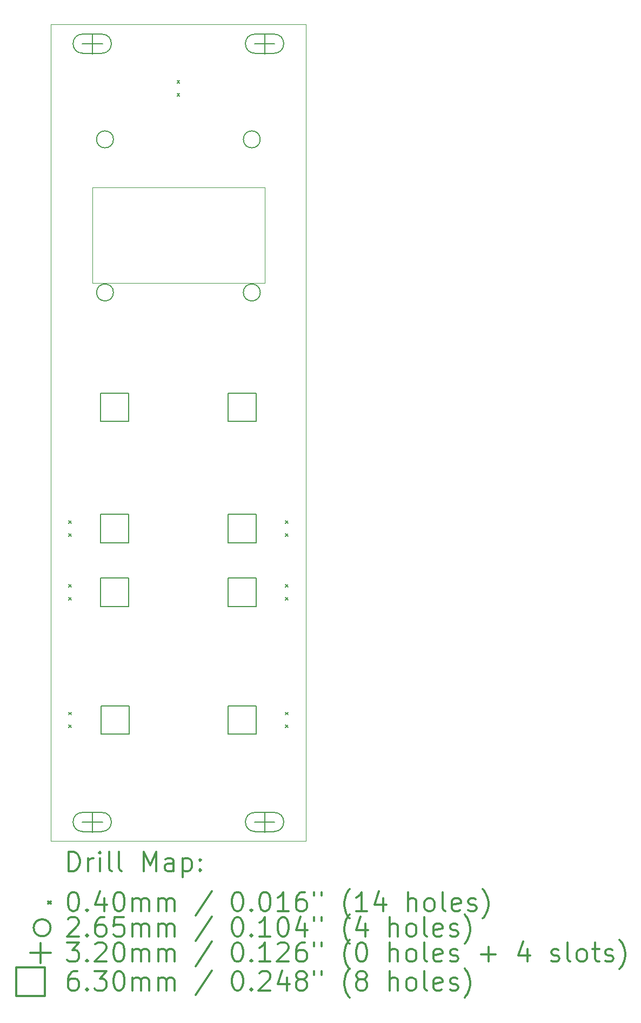
<source format=gbr>
%FSLAX45Y45*%
G04 Gerber Fmt 4.5, Leading zero omitted, Abs format (unit mm)*
G04 Created by KiCad (PCBNEW (5.1.9)-1) date 2021-04-12 22:44:53*
%MOMM*%
%LPD*%
G01*
G04 APERTURE LIST*
%TA.AperFunction,Profile*%
%ADD10C,0.050000*%
%TD*%
%ADD11C,0.200000*%
%ADD12C,0.300000*%
G04 APERTURE END LIST*
D10*
X19950000Y-7650000D02*
X19950000Y-6150000D01*
X22650000Y-7650000D02*
X19950000Y-7650000D01*
X22650000Y-6150000D02*
X22650000Y-7650000D01*
X19950000Y-6150000D02*
X22650000Y-6150000D01*
X23300000Y-3600000D02*
X23300000Y-16400000D01*
X19300000Y-3600000D02*
X23300000Y-3600000D01*
X23300000Y-16400000D02*
X19300000Y-16400000D01*
X19300000Y-16400000D02*
X19300000Y-3600000D01*
D11*
X19580000Y-11380000D02*
X19620000Y-11420000D01*
X19620000Y-11380000D02*
X19580000Y-11420000D01*
X19580000Y-11580000D02*
X19620000Y-11620000D01*
X19620000Y-11580000D02*
X19580000Y-11620000D01*
X19580000Y-12380000D02*
X19620000Y-12420000D01*
X19620000Y-12380000D02*
X19580000Y-12420000D01*
X19580000Y-12580001D02*
X19620000Y-12620001D01*
X19620000Y-12580001D02*
X19580000Y-12620001D01*
X19580000Y-14580000D02*
X19620000Y-14620000D01*
X19620000Y-14580000D02*
X19580000Y-14620000D01*
X19580001Y-14380001D02*
X19620001Y-14420001D01*
X19620001Y-14380001D02*
X19580001Y-14420001D01*
X21280000Y-4480000D02*
X21320000Y-4520000D01*
X21320000Y-4480000D02*
X21280000Y-4520000D01*
X21280000Y-4680000D02*
X21320000Y-4720000D01*
X21320000Y-4680000D02*
X21280000Y-4720000D01*
X22980000Y-11379996D02*
X23020000Y-11419996D01*
X23020000Y-11379996D02*
X22980000Y-11419996D01*
X22980000Y-11580000D02*
X23020000Y-11620000D01*
X23020000Y-11580000D02*
X22980000Y-11620000D01*
X22980000Y-12380000D02*
X23020000Y-12420000D01*
X23020000Y-12380000D02*
X22980000Y-12420000D01*
X22980000Y-12580000D02*
X23020000Y-12620000D01*
X23020000Y-12580000D02*
X22980000Y-12620000D01*
X22980000Y-14380000D02*
X23020000Y-14420000D01*
X23020000Y-14380000D02*
X22980000Y-14420000D01*
X22980000Y-14580000D02*
X23020000Y-14620000D01*
X23020000Y-14580000D02*
X22980000Y-14620000D01*
X20282500Y-5400000D02*
G75*
G03*
X20282500Y-5400000I-132500J0D01*
G01*
X20282500Y-7800000D02*
G75*
G03*
X20282500Y-7800000I-132500J0D01*
G01*
X22582500Y-5400000D02*
G75*
G03*
X22582500Y-5400000I-132500J0D01*
G01*
X22582500Y-7800000D02*
G75*
G03*
X22582500Y-7800000I-132500J0D01*
G01*
X19950000Y-3740000D02*
X19950000Y-4060000D01*
X19790000Y-3900000D02*
X20110000Y-3900000D01*
X19800000Y-4050000D02*
X20100000Y-4050000D01*
X19800000Y-3750000D02*
X20100000Y-3750000D01*
X20100000Y-4050000D02*
G75*
G03*
X20100000Y-3750000I0J150000D01*
G01*
X19800000Y-3750000D02*
G75*
G03*
X19800000Y-4050000I0J-150000D01*
G01*
X19950000Y-15940000D02*
X19950000Y-16260000D01*
X19790000Y-16100000D02*
X20110000Y-16100000D01*
X19800000Y-16250000D02*
X20100000Y-16250000D01*
X19800000Y-15950000D02*
X20100000Y-15950000D01*
X20100000Y-16250000D02*
G75*
G03*
X20100000Y-15950000I0J150000D01*
G01*
X19800000Y-15950000D02*
G75*
G03*
X19800000Y-16250000I0J-150000D01*
G01*
X22650000Y-3740000D02*
X22650000Y-4060000D01*
X22490000Y-3900000D02*
X22810000Y-3900000D01*
X22500000Y-4050000D02*
X22800000Y-4050000D01*
X22500000Y-3750000D02*
X22800000Y-3750000D01*
X22800000Y-4050000D02*
G75*
G03*
X22800000Y-3750000I0J150000D01*
G01*
X22500000Y-3750000D02*
G75*
G03*
X22500000Y-4050000I0J-150000D01*
G01*
X22650000Y-15940000D02*
X22650000Y-16260000D01*
X22490000Y-16100000D02*
X22810000Y-16100000D01*
X22500000Y-16250000D02*
X22800000Y-16250000D01*
X22500000Y-15950000D02*
X22800000Y-15950000D01*
X22800000Y-16250000D02*
G75*
G03*
X22800000Y-15950000I0J150000D01*
G01*
X22500000Y-15950000D02*
G75*
G03*
X22500000Y-16250000I0J-150000D01*
G01*
X20522741Y-9822741D02*
X20522741Y-9377259D01*
X20077259Y-9377259D01*
X20077259Y-9822741D01*
X20522741Y-9822741D01*
X20522741Y-11722741D02*
X20522741Y-11277259D01*
X20077259Y-11277259D01*
X20077259Y-11722741D01*
X20522741Y-11722741D01*
X20522741Y-12722741D02*
X20522741Y-12277259D01*
X20077259Y-12277259D01*
X20077259Y-12722741D01*
X20522741Y-12722741D01*
X20530241Y-14722741D02*
X20530241Y-14277259D01*
X20084759Y-14277259D01*
X20084759Y-14722741D01*
X20530241Y-14722741D01*
X22522741Y-9822741D02*
X22522741Y-9377259D01*
X22077259Y-9377259D01*
X22077259Y-9822741D01*
X22522741Y-9822741D01*
X22522741Y-11722741D02*
X22522741Y-11277259D01*
X22077259Y-11277259D01*
X22077259Y-11722741D01*
X22522741Y-11722741D01*
X22522741Y-12722741D02*
X22522741Y-12277259D01*
X22077259Y-12277259D01*
X22077259Y-12722741D01*
X22522741Y-12722741D01*
X22522741Y-14722741D02*
X22522741Y-14277259D01*
X22077259Y-14277259D01*
X22077259Y-14722741D01*
X22522741Y-14722741D01*
D12*
X19583928Y-16868214D02*
X19583928Y-16568214D01*
X19655357Y-16568214D01*
X19698214Y-16582500D01*
X19726786Y-16611071D01*
X19741071Y-16639643D01*
X19755357Y-16696786D01*
X19755357Y-16739643D01*
X19741071Y-16796786D01*
X19726786Y-16825357D01*
X19698214Y-16853929D01*
X19655357Y-16868214D01*
X19583928Y-16868214D01*
X19883928Y-16868214D02*
X19883928Y-16668214D01*
X19883928Y-16725357D02*
X19898214Y-16696786D01*
X19912500Y-16682500D01*
X19941071Y-16668214D01*
X19969643Y-16668214D01*
X20069643Y-16868214D02*
X20069643Y-16668214D01*
X20069643Y-16568214D02*
X20055357Y-16582500D01*
X20069643Y-16596786D01*
X20083928Y-16582500D01*
X20069643Y-16568214D01*
X20069643Y-16596786D01*
X20255357Y-16868214D02*
X20226786Y-16853929D01*
X20212500Y-16825357D01*
X20212500Y-16568214D01*
X20412500Y-16868214D02*
X20383928Y-16853929D01*
X20369643Y-16825357D01*
X20369643Y-16568214D01*
X20755357Y-16868214D02*
X20755357Y-16568214D01*
X20855357Y-16782500D01*
X20955357Y-16568214D01*
X20955357Y-16868214D01*
X21226786Y-16868214D02*
X21226786Y-16711071D01*
X21212500Y-16682500D01*
X21183928Y-16668214D01*
X21126786Y-16668214D01*
X21098214Y-16682500D01*
X21226786Y-16853929D02*
X21198214Y-16868214D01*
X21126786Y-16868214D01*
X21098214Y-16853929D01*
X21083928Y-16825357D01*
X21083928Y-16796786D01*
X21098214Y-16768214D01*
X21126786Y-16753929D01*
X21198214Y-16753929D01*
X21226786Y-16739643D01*
X21369643Y-16668214D02*
X21369643Y-16968214D01*
X21369643Y-16682500D02*
X21398214Y-16668214D01*
X21455357Y-16668214D01*
X21483928Y-16682500D01*
X21498214Y-16696786D01*
X21512500Y-16725357D01*
X21512500Y-16811072D01*
X21498214Y-16839643D01*
X21483928Y-16853929D01*
X21455357Y-16868214D01*
X21398214Y-16868214D01*
X21369643Y-16853929D01*
X21641071Y-16839643D02*
X21655357Y-16853929D01*
X21641071Y-16868214D01*
X21626786Y-16853929D01*
X21641071Y-16839643D01*
X21641071Y-16868214D01*
X21641071Y-16682500D02*
X21655357Y-16696786D01*
X21641071Y-16711071D01*
X21626786Y-16696786D01*
X21641071Y-16682500D01*
X21641071Y-16711071D01*
X19257500Y-17342500D02*
X19297500Y-17382500D01*
X19297500Y-17342500D02*
X19257500Y-17382500D01*
X19641071Y-17198214D02*
X19669643Y-17198214D01*
X19698214Y-17212500D01*
X19712500Y-17226786D01*
X19726786Y-17255357D01*
X19741071Y-17312500D01*
X19741071Y-17383929D01*
X19726786Y-17441072D01*
X19712500Y-17469643D01*
X19698214Y-17483929D01*
X19669643Y-17498214D01*
X19641071Y-17498214D01*
X19612500Y-17483929D01*
X19598214Y-17469643D01*
X19583928Y-17441072D01*
X19569643Y-17383929D01*
X19569643Y-17312500D01*
X19583928Y-17255357D01*
X19598214Y-17226786D01*
X19612500Y-17212500D01*
X19641071Y-17198214D01*
X19869643Y-17469643D02*
X19883928Y-17483929D01*
X19869643Y-17498214D01*
X19855357Y-17483929D01*
X19869643Y-17469643D01*
X19869643Y-17498214D01*
X20141071Y-17298214D02*
X20141071Y-17498214D01*
X20069643Y-17183929D02*
X19998214Y-17398214D01*
X20183928Y-17398214D01*
X20355357Y-17198214D02*
X20383928Y-17198214D01*
X20412500Y-17212500D01*
X20426786Y-17226786D01*
X20441071Y-17255357D01*
X20455357Y-17312500D01*
X20455357Y-17383929D01*
X20441071Y-17441072D01*
X20426786Y-17469643D01*
X20412500Y-17483929D01*
X20383928Y-17498214D01*
X20355357Y-17498214D01*
X20326786Y-17483929D01*
X20312500Y-17469643D01*
X20298214Y-17441072D01*
X20283928Y-17383929D01*
X20283928Y-17312500D01*
X20298214Y-17255357D01*
X20312500Y-17226786D01*
X20326786Y-17212500D01*
X20355357Y-17198214D01*
X20583928Y-17498214D02*
X20583928Y-17298214D01*
X20583928Y-17326786D02*
X20598214Y-17312500D01*
X20626786Y-17298214D01*
X20669643Y-17298214D01*
X20698214Y-17312500D01*
X20712500Y-17341072D01*
X20712500Y-17498214D01*
X20712500Y-17341072D02*
X20726786Y-17312500D01*
X20755357Y-17298214D01*
X20798214Y-17298214D01*
X20826786Y-17312500D01*
X20841071Y-17341072D01*
X20841071Y-17498214D01*
X20983928Y-17498214D02*
X20983928Y-17298214D01*
X20983928Y-17326786D02*
X20998214Y-17312500D01*
X21026786Y-17298214D01*
X21069643Y-17298214D01*
X21098214Y-17312500D01*
X21112500Y-17341072D01*
X21112500Y-17498214D01*
X21112500Y-17341072D02*
X21126786Y-17312500D01*
X21155357Y-17298214D01*
X21198214Y-17298214D01*
X21226786Y-17312500D01*
X21241071Y-17341072D01*
X21241071Y-17498214D01*
X21826786Y-17183929D02*
X21569643Y-17569643D01*
X22212500Y-17198214D02*
X22241071Y-17198214D01*
X22269643Y-17212500D01*
X22283928Y-17226786D01*
X22298214Y-17255357D01*
X22312500Y-17312500D01*
X22312500Y-17383929D01*
X22298214Y-17441072D01*
X22283928Y-17469643D01*
X22269643Y-17483929D01*
X22241071Y-17498214D01*
X22212500Y-17498214D01*
X22183928Y-17483929D01*
X22169643Y-17469643D01*
X22155357Y-17441072D01*
X22141071Y-17383929D01*
X22141071Y-17312500D01*
X22155357Y-17255357D01*
X22169643Y-17226786D01*
X22183928Y-17212500D01*
X22212500Y-17198214D01*
X22441071Y-17469643D02*
X22455357Y-17483929D01*
X22441071Y-17498214D01*
X22426786Y-17483929D01*
X22441071Y-17469643D01*
X22441071Y-17498214D01*
X22641071Y-17198214D02*
X22669643Y-17198214D01*
X22698214Y-17212500D01*
X22712500Y-17226786D01*
X22726786Y-17255357D01*
X22741071Y-17312500D01*
X22741071Y-17383929D01*
X22726786Y-17441072D01*
X22712500Y-17469643D01*
X22698214Y-17483929D01*
X22669643Y-17498214D01*
X22641071Y-17498214D01*
X22612500Y-17483929D01*
X22598214Y-17469643D01*
X22583928Y-17441072D01*
X22569643Y-17383929D01*
X22569643Y-17312500D01*
X22583928Y-17255357D01*
X22598214Y-17226786D01*
X22612500Y-17212500D01*
X22641071Y-17198214D01*
X23026786Y-17498214D02*
X22855357Y-17498214D01*
X22941071Y-17498214D02*
X22941071Y-17198214D01*
X22912500Y-17241072D01*
X22883928Y-17269643D01*
X22855357Y-17283929D01*
X23283928Y-17198214D02*
X23226786Y-17198214D01*
X23198214Y-17212500D01*
X23183928Y-17226786D01*
X23155357Y-17269643D01*
X23141071Y-17326786D01*
X23141071Y-17441072D01*
X23155357Y-17469643D01*
X23169643Y-17483929D01*
X23198214Y-17498214D01*
X23255357Y-17498214D01*
X23283928Y-17483929D01*
X23298214Y-17469643D01*
X23312500Y-17441072D01*
X23312500Y-17369643D01*
X23298214Y-17341072D01*
X23283928Y-17326786D01*
X23255357Y-17312500D01*
X23198214Y-17312500D01*
X23169643Y-17326786D01*
X23155357Y-17341072D01*
X23141071Y-17369643D01*
X23426786Y-17198214D02*
X23426786Y-17255357D01*
X23541071Y-17198214D02*
X23541071Y-17255357D01*
X23983928Y-17612500D02*
X23969643Y-17598214D01*
X23941071Y-17555357D01*
X23926786Y-17526786D01*
X23912500Y-17483929D01*
X23898214Y-17412500D01*
X23898214Y-17355357D01*
X23912500Y-17283929D01*
X23926786Y-17241072D01*
X23941071Y-17212500D01*
X23969643Y-17169643D01*
X23983928Y-17155357D01*
X24255357Y-17498214D02*
X24083928Y-17498214D01*
X24169643Y-17498214D02*
X24169643Y-17198214D01*
X24141071Y-17241072D01*
X24112500Y-17269643D01*
X24083928Y-17283929D01*
X24512500Y-17298214D02*
X24512500Y-17498214D01*
X24441071Y-17183929D02*
X24369643Y-17398214D01*
X24555357Y-17398214D01*
X24898214Y-17498214D02*
X24898214Y-17198214D01*
X25026786Y-17498214D02*
X25026786Y-17341072D01*
X25012500Y-17312500D01*
X24983928Y-17298214D01*
X24941071Y-17298214D01*
X24912500Y-17312500D01*
X24898214Y-17326786D01*
X25212500Y-17498214D02*
X25183928Y-17483929D01*
X25169643Y-17469643D01*
X25155357Y-17441072D01*
X25155357Y-17355357D01*
X25169643Y-17326786D01*
X25183928Y-17312500D01*
X25212500Y-17298214D01*
X25255357Y-17298214D01*
X25283928Y-17312500D01*
X25298214Y-17326786D01*
X25312500Y-17355357D01*
X25312500Y-17441072D01*
X25298214Y-17469643D01*
X25283928Y-17483929D01*
X25255357Y-17498214D01*
X25212500Y-17498214D01*
X25483928Y-17498214D02*
X25455357Y-17483929D01*
X25441071Y-17455357D01*
X25441071Y-17198214D01*
X25712500Y-17483929D02*
X25683928Y-17498214D01*
X25626786Y-17498214D01*
X25598214Y-17483929D01*
X25583928Y-17455357D01*
X25583928Y-17341072D01*
X25598214Y-17312500D01*
X25626786Y-17298214D01*
X25683928Y-17298214D01*
X25712500Y-17312500D01*
X25726786Y-17341072D01*
X25726786Y-17369643D01*
X25583928Y-17398214D01*
X25841071Y-17483929D02*
X25869643Y-17498214D01*
X25926786Y-17498214D01*
X25955357Y-17483929D01*
X25969643Y-17455357D01*
X25969643Y-17441072D01*
X25955357Y-17412500D01*
X25926786Y-17398214D01*
X25883928Y-17398214D01*
X25855357Y-17383929D01*
X25841071Y-17355357D01*
X25841071Y-17341072D01*
X25855357Y-17312500D01*
X25883928Y-17298214D01*
X25926786Y-17298214D01*
X25955357Y-17312500D01*
X26069643Y-17612500D02*
X26083928Y-17598214D01*
X26112500Y-17555357D01*
X26126786Y-17526786D01*
X26141071Y-17483929D01*
X26155357Y-17412500D01*
X26155357Y-17355357D01*
X26141071Y-17283929D01*
X26126786Y-17241072D01*
X26112500Y-17212500D01*
X26083928Y-17169643D01*
X26069643Y-17155357D01*
X19297500Y-17758500D02*
G75*
G03*
X19297500Y-17758500I-132500J0D01*
G01*
X19569643Y-17622786D02*
X19583928Y-17608500D01*
X19612500Y-17594214D01*
X19683928Y-17594214D01*
X19712500Y-17608500D01*
X19726786Y-17622786D01*
X19741071Y-17651357D01*
X19741071Y-17679929D01*
X19726786Y-17722786D01*
X19555357Y-17894214D01*
X19741071Y-17894214D01*
X19869643Y-17865643D02*
X19883928Y-17879929D01*
X19869643Y-17894214D01*
X19855357Y-17879929D01*
X19869643Y-17865643D01*
X19869643Y-17894214D01*
X20141071Y-17594214D02*
X20083928Y-17594214D01*
X20055357Y-17608500D01*
X20041071Y-17622786D01*
X20012500Y-17665643D01*
X19998214Y-17722786D01*
X19998214Y-17837072D01*
X20012500Y-17865643D01*
X20026786Y-17879929D01*
X20055357Y-17894214D01*
X20112500Y-17894214D01*
X20141071Y-17879929D01*
X20155357Y-17865643D01*
X20169643Y-17837072D01*
X20169643Y-17765643D01*
X20155357Y-17737072D01*
X20141071Y-17722786D01*
X20112500Y-17708500D01*
X20055357Y-17708500D01*
X20026786Y-17722786D01*
X20012500Y-17737072D01*
X19998214Y-17765643D01*
X20441071Y-17594214D02*
X20298214Y-17594214D01*
X20283928Y-17737072D01*
X20298214Y-17722786D01*
X20326786Y-17708500D01*
X20398214Y-17708500D01*
X20426786Y-17722786D01*
X20441071Y-17737072D01*
X20455357Y-17765643D01*
X20455357Y-17837072D01*
X20441071Y-17865643D01*
X20426786Y-17879929D01*
X20398214Y-17894214D01*
X20326786Y-17894214D01*
X20298214Y-17879929D01*
X20283928Y-17865643D01*
X20583928Y-17894214D02*
X20583928Y-17694214D01*
X20583928Y-17722786D02*
X20598214Y-17708500D01*
X20626786Y-17694214D01*
X20669643Y-17694214D01*
X20698214Y-17708500D01*
X20712500Y-17737072D01*
X20712500Y-17894214D01*
X20712500Y-17737072D02*
X20726786Y-17708500D01*
X20755357Y-17694214D01*
X20798214Y-17694214D01*
X20826786Y-17708500D01*
X20841071Y-17737072D01*
X20841071Y-17894214D01*
X20983928Y-17894214D02*
X20983928Y-17694214D01*
X20983928Y-17722786D02*
X20998214Y-17708500D01*
X21026786Y-17694214D01*
X21069643Y-17694214D01*
X21098214Y-17708500D01*
X21112500Y-17737072D01*
X21112500Y-17894214D01*
X21112500Y-17737072D02*
X21126786Y-17708500D01*
X21155357Y-17694214D01*
X21198214Y-17694214D01*
X21226786Y-17708500D01*
X21241071Y-17737072D01*
X21241071Y-17894214D01*
X21826786Y-17579929D02*
X21569643Y-17965643D01*
X22212500Y-17594214D02*
X22241071Y-17594214D01*
X22269643Y-17608500D01*
X22283928Y-17622786D01*
X22298214Y-17651357D01*
X22312500Y-17708500D01*
X22312500Y-17779929D01*
X22298214Y-17837072D01*
X22283928Y-17865643D01*
X22269643Y-17879929D01*
X22241071Y-17894214D01*
X22212500Y-17894214D01*
X22183928Y-17879929D01*
X22169643Y-17865643D01*
X22155357Y-17837072D01*
X22141071Y-17779929D01*
X22141071Y-17708500D01*
X22155357Y-17651357D01*
X22169643Y-17622786D01*
X22183928Y-17608500D01*
X22212500Y-17594214D01*
X22441071Y-17865643D02*
X22455357Y-17879929D01*
X22441071Y-17894214D01*
X22426786Y-17879929D01*
X22441071Y-17865643D01*
X22441071Y-17894214D01*
X22741071Y-17894214D02*
X22569643Y-17894214D01*
X22655357Y-17894214D02*
X22655357Y-17594214D01*
X22626786Y-17637072D01*
X22598214Y-17665643D01*
X22569643Y-17679929D01*
X22926786Y-17594214D02*
X22955357Y-17594214D01*
X22983928Y-17608500D01*
X22998214Y-17622786D01*
X23012500Y-17651357D01*
X23026786Y-17708500D01*
X23026786Y-17779929D01*
X23012500Y-17837072D01*
X22998214Y-17865643D01*
X22983928Y-17879929D01*
X22955357Y-17894214D01*
X22926786Y-17894214D01*
X22898214Y-17879929D01*
X22883928Y-17865643D01*
X22869643Y-17837072D01*
X22855357Y-17779929D01*
X22855357Y-17708500D01*
X22869643Y-17651357D01*
X22883928Y-17622786D01*
X22898214Y-17608500D01*
X22926786Y-17594214D01*
X23283928Y-17694214D02*
X23283928Y-17894214D01*
X23212500Y-17579929D02*
X23141071Y-17794214D01*
X23326786Y-17794214D01*
X23426786Y-17594214D02*
X23426786Y-17651357D01*
X23541071Y-17594214D02*
X23541071Y-17651357D01*
X23983928Y-18008500D02*
X23969643Y-17994214D01*
X23941071Y-17951357D01*
X23926786Y-17922786D01*
X23912500Y-17879929D01*
X23898214Y-17808500D01*
X23898214Y-17751357D01*
X23912500Y-17679929D01*
X23926786Y-17637072D01*
X23941071Y-17608500D01*
X23969643Y-17565643D01*
X23983928Y-17551357D01*
X24226786Y-17694214D02*
X24226786Y-17894214D01*
X24155357Y-17579929D02*
X24083928Y-17794214D01*
X24269643Y-17794214D01*
X24612500Y-17894214D02*
X24612500Y-17594214D01*
X24741071Y-17894214D02*
X24741071Y-17737072D01*
X24726786Y-17708500D01*
X24698214Y-17694214D01*
X24655357Y-17694214D01*
X24626786Y-17708500D01*
X24612500Y-17722786D01*
X24926786Y-17894214D02*
X24898214Y-17879929D01*
X24883928Y-17865643D01*
X24869643Y-17837072D01*
X24869643Y-17751357D01*
X24883928Y-17722786D01*
X24898214Y-17708500D01*
X24926786Y-17694214D01*
X24969643Y-17694214D01*
X24998214Y-17708500D01*
X25012500Y-17722786D01*
X25026786Y-17751357D01*
X25026786Y-17837072D01*
X25012500Y-17865643D01*
X24998214Y-17879929D01*
X24969643Y-17894214D01*
X24926786Y-17894214D01*
X25198214Y-17894214D02*
X25169643Y-17879929D01*
X25155357Y-17851357D01*
X25155357Y-17594214D01*
X25426786Y-17879929D02*
X25398214Y-17894214D01*
X25341071Y-17894214D01*
X25312500Y-17879929D01*
X25298214Y-17851357D01*
X25298214Y-17737072D01*
X25312500Y-17708500D01*
X25341071Y-17694214D01*
X25398214Y-17694214D01*
X25426786Y-17708500D01*
X25441071Y-17737072D01*
X25441071Y-17765643D01*
X25298214Y-17794214D01*
X25555357Y-17879929D02*
X25583928Y-17894214D01*
X25641071Y-17894214D01*
X25669643Y-17879929D01*
X25683928Y-17851357D01*
X25683928Y-17837072D01*
X25669643Y-17808500D01*
X25641071Y-17794214D01*
X25598214Y-17794214D01*
X25569643Y-17779929D01*
X25555357Y-17751357D01*
X25555357Y-17737072D01*
X25569643Y-17708500D01*
X25598214Y-17694214D01*
X25641071Y-17694214D01*
X25669643Y-17708500D01*
X25783928Y-18008500D02*
X25798214Y-17994214D01*
X25826786Y-17951357D01*
X25841071Y-17922786D01*
X25855357Y-17879929D01*
X25869643Y-17808500D01*
X25869643Y-17751357D01*
X25855357Y-17679929D01*
X25841071Y-17637072D01*
X25826786Y-17608500D01*
X25798214Y-17565643D01*
X25783928Y-17551357D01*
X19137500Y-17994500D02*
X19137500Y-18314500D01*
X18977500Y-18154500D02*
X19297500Y-18154500D01*
X19555357Y-17990214D02*
X19741071Y-17990214D01*
X19641071Y-18104500D01*
X19683928Y-18104500D01*
X19712500Y-18118786D01*
X19726786Y-18133072D01*
X19741071Y-18161643D01*
X19741071Y-18233072D01*
X19726786Y-18261643D01*
X19712500Y-18275929D01*
X19683928Y-18290214D01*
X19598214Y-18290214D01*
X19569643Y-18275929D01*
X19555357Y-18261643D01*
X19869643Y-18261643D02*
X19883928Y-18275929D01*
X19869643Y-18290214D01*
X19855357Y-18275929D01*
X19869643Y-18261643D01*
X19869643Y-18290214D01*
X19998214Y-18018786D02*
X20012500Y-18004500D01*
X20041071Y-17990214D01*
X20112500Y-17990214D01*
X20141071Y-18004500D01*
X20155357Y-18018786D01*
X20169643Y-18047357D01*
X20169643Y-18075929D01*
X20155357Y-18118786D01*
X19983928Y-18290214D01*
X20169643Y-18290214D01*
X20355357Y-17990214D02*
X20383928Y-17990214D01*
X20412500Y-18004500D01*
X20426786Y-18018786D01*
X20441071Y-18047357D01*
X20455357Y-18104500D01*
X20455357Y-18175929D01*
X20441071Y-18233072D01*
X20426786Y-18261643D01*
X20412500Y-18275929D01*
X20383928Y-18290214D01*
X20355357Y-18290214D01*
X20326786Y-18275929D01*
X20312500Y-18261643D01*
X20298214Y-18233072D01*
X20283928Y-18175929D01*
X20283928Y-18104500D01*
X20298214Y-18047357D01*
X20312500Y-18018786D01*
X20326786Y-18004500D01*
X20355357Y-17990214D01*
X20583928Y-18290214D02*
X20583928Y-18090214D01*
X20583928Y-18118786D02*
X20598214Y-18104500D01*
X20626786Y-18090214D01*
X20669643Y-18090214D01*
X20698214Y-18104500D01*
X20712500Y-18133072D01*
X20712500Y-18290214D01*
X20712500Y-18133072D02*
X20726786Y-18104500D01*
X20755357Y-18090214D01*
X20798214Y-18090214D01*
X20826786Y-18104500D01*
X20841071Y-18133072D01*
X20841071Y-18290214D01*
X20983928Y-18290214D02*
X20983928Y-18090214D01*
X20983928Y-18118786D02*
X20998214Y-18104500D01*
X21026786Y-18090214D01*
X21069643Y-18090214D01*
X21098214Y-18104500D01*
X21112500Y-18133072D01*
X21112500Y-18290214D01*
X21112500Y-18133072D02*
X21126786Y-18104500D01*
X21155357Y-18090214D01*
X21198214Y-18090214D01*
X21226786Y-18104500D01*
X21241071Y-18133072D01*
X21241071Y-18290214D01*
X21826786Y-17975929D02*
X21569643Y-18361643D01*
X22212500Y-17990214D02*
X22241071Y-17990214D01*
X22269643Y-18004500D01*
X22283928Y-18018786D01*
X22298214Y-18047357D01*
X22312500Y-18104500D01*
X22312500Y-18175929D01*
X22298214Y-18233072D01*
X22283928Y-18261643D01*
X22269643Y-18275929D01*
X22241071Y-18290214D01*
X22212500Y-18290214D01*
X22183928Y-18275929D01*
X22169643Y-18261643D01*
X22155357Y-18233072D01*
X22141071Y-18175929D01*
X22141071Y-18104500D01*
X22155357Y-18047357D01*
X22169643Y-18018786D01*
X22183928Y-18004500D01*
X22212500Y-17990214D01*
X22441071Y-18261643D02*
X22455357Y-18275929D01*
X22441071Y-18290214D01*
X22426786Y-18275929D01*
X22441071Y-18261643D01*
X22441071Y-18290214D01*
X22741071Y-18290214D02*
X22569643Y-18290214D01*
X22655357Y-18290214D02*
X22655357Y-17990214D01*
X22626786Y-18033072D01*
X22598214Y-18061643D01*
X22569643Y-18075929D01*
X22855357Y-18018786D02*
X22869643Y-18004500D01*
X22898214Y-17990214D01*
X22969643Y-17990214D01*
X22998214Y-18004500D01*
X23012500Y-18018786D01*
X23026786Y-18047357D01*
X23026786Y-18075929D01*
X23012500Y-18118786D01*
X22841071Y-18290214D01*
X23026786Y-18290214D01*
X23283928Y-17990214D02*
X23226786Y-17990214D01*
X23198214Y-18004500D01*
X23183928Y-18018786D01*
X23155357Y-18061643D01*
X23141071Y-18118786D01*
X23141071Y-18233072D01*
X23155357Y-18261643D01*
X23169643Y-18275929D01*
X23198214Y-18290214D01*
X23255357Y-18290214D01*
X23283928Y-18275929D01*
X23298214Y-18261643D01*
X23312500Y-18233072D01*
X23312500Y-18161643D01*
X23298214Y-18133072D01*
X23283928Y-18118786D01*
X23255357Y-18104500D01*
X23198214Y-18104500D01*
X23169643Y-18118786D01*
X23155357Y-18133072D01*
X23141071Y-18161643D01*
X23426786Y-17990214D02*
X23426786Y-18047357D01*
X23541071Y-17990214D02*
X23541071Y-18047357D01*
X23983928Y-18404500D02*
X23969643Y-18390214D01*
X23941071Y-18347357D01*
X23926786Y-18318786D01*
X23912500Y-18275929D01*
X23898214Y-18204500D01*
X23898214Y-18147357D01*
X23912500Y-18075929D01*
X23926786Y-18033072D01*
X23941071Y-18004500D01*
X23969643Y-17961643D01*
X23983928Y-17947357D01*
X24155357Y-17990214D02*
X24183928Y-17990214D01*
X24212500Y-18004500D01*
X24226786Y-18018786D01*
X24241071Y-18047357D01*
X24255357Y-18104500D01*
X24255357Y-18175929D01*
X24241071Y-18233072D01*
X24226786Y-18261643D01*
X24212500Y-18275929D01*
X24183928Y-18290214D01*
X24155357Y-18290214D01*
X24126786Y-18275929D01*
X24112500Y-18261643D01*
X24098214Y-18233072D01*
X24083928Y-18175929D01*
X24083928Y-18104500D01*
X24098214Y-18047357D01*
X24112500Y-18018786D01*
X24126786Y-18004500D01*
X24155357Y-17990214D01*
X24612500Y-18290214D02*
X24612500Y-17990214D01*
X24741071Y-18290214D02*
X24741071Y-18133072D01*
X24726786Y-18104500D01*
X24698214Y-18090214D01*
X24655357Y-18090214D01*
X24626786Y-18104500D01*
X24612500Y-18118786D01*
X24926786Y-18290214D02*
X24898214Y-18275929D01*
X24883928Y-18261643D01*
X24869643Y-18233072D01*
X24869643Y-18147357D01*
X24883928Y-18118786D01*
X24898214Y-18104500D01*
X24926786Y-18090214D01*
X24969643Y-18090214D01*
X24998214Y-18104500D01*
X25012500Y-18118786D01*
X25026786Y-18147357D01*
X25026786Y-18233072D01*
X25012500Y-18261643D01*
X24998214Y-18275929D01*
X24969643Y-18290214D01*
X24926786Y-18290214D01*
X25198214Y-18290214D02*
X25169643Y-18275929D01*
X25155357Y-18247357D01*
X25155357Y-17990214D01*
X25426786Y-18275929D02*
X25398214Y-18290214D01*
X25341071Y-18290214D01*
X25312500Y-18275929D01*
X25298214Y-18247357D01*
X25298214Y-18133072D01*
X25312500Y-18104500D01*
X25341071Y-18090214D01*
X25398214Y-18090214D01*
X25426786Y-18104500D01*
X25441071Y-18133072D01*
X25441071Y-18161643D01*
X25298214Y-18190214D01*
X25555357Y-18275929D02*
X25583928Y-18290214D01*
X25641071Y-18290214D01*
X25669643Y-18275929D01*
X25683928Y-18247357D01*
X25683928Y-18233072D01*
X25669643Y-18204500D01*
X25641071Y-18190214D01*
X25598214Y-18190214D01*
X25569643Y-18175929D01*
X25555357Y-18147357D01*
X25555357Y-18133072D01*
X25569643Y-18104500D01*
X25598214Y-18090214D01*
X25641071Y-18090214D01*
X25669643Y-18104500D01*
X26041071Y-18175929D02*
X26269643Y-18175929D01*
X26155357Y-18290214D02*
X26155357Y-18061643D01*
X26769643Y-18090214D02*
X26769643Y-18290214D01*
X26698214Y-17975929D02*
X26626786Y-18190214D01*
X26812500Y-18190214D01*
X27141071Y-18275929D02*
X27169643Y-18290214D01*
X27226786Y-18290214D01*
X27255357Y-18275929D01*
X27269643Y-18247357D01*
X27269643Y-18233072D01*
X27255357Y-18204500D01*
X27226786Y-18190214D01*
X27183928Y-18190214D01*
X27155357Y-18175929D01*
X27141071Y-18147357D01*
X27141071Y-18133072D01*
X27155357Y-18104500D01*
X27183928Y-18090214D01*
X27226786Y-18090214D01*
X27255357Y-18104500D01*
X27441071Y-18290214D02*
X27412500Y-18275929D01*
X27398214Y-18247357D01*
X27398214Y-17990214D01*
X27598214Y-18290214D02*
X27569643Y-18275929D01*
X27555357Y-18261643D01*
X27541071Y-18233072D01*
X27541071Y-18147357D01*
X27555357Y-18118786D01*
X27569643Y-18104500D01*
X27598214Y-18090214D01*
X27641071Y-18090214D01*
X27669643Y-18104500D01*
X27683928Y-18118786D01*
X27698214Y-18147357D01*
X27698214Y-18233072D01*
X27683928Y-18261643D01*
X27669643Y-18275929D01*
X27641071Y-18290214D01*
X27598214Y-18290214D01*
X27783928Y-18090214D02*
X27898214Y-18090214D01*
X27826786Y-17990214D02*
X27826786Y-18247357D01*
X27841071Y-18275929D01*
X27869643Y-18290214D01*
X27898214Y-18290214D01*
X27983928Y-18275929D02*
X28012500Y-18290214D01*
X28069643Y-18290214D01*
X28098214Y-18275929D01*
X28112500Y-18247357D01*
X28112500Y-18233072D01*
X28098214Y-18204500D01*
X28069643Y-18190214D01*
X28026786Y-18190214D01*
X27998214Y-18175929D01*
X27983928Y-18147357D01*
X27983928Y-18133072D01*
X27998214Y-18104500D01*
X28026786Y-18090214D01*
X28069643Y-18090214D01*
X28098214Y-18104500D01*
X28212500Y-18404500D02*
X28226786Y-18390214D01*
X28255357Y-18347357D01*
X28269643Y-18318786D01*
X28283928Y-18275929D01*
X28298214Y-18204500D01*
X28298214Y-18147357D01*
X28283928Y-18075929D01*
X28269643Y-18033072D01*
X28255357Y-18004500D01*
X28226786Y-17961643D01*
X28212500Y-17947357D01*
X19205241Y-18827241D02*
X19205241Y-18381759D01*
X18759759Y-18381759D01*
X18759759Y-18827241D01*
X19205241Y-18827241D01*
X19712500Y-18440214D02*
X19655357Y-18440214D01*
X19626786Y-18454500D01*
X19612500Y-18468786D01*
X19583928Y-18511643D01*
X19569643Y-18568786D01*
X19569643Y-18683072D01*
X19583928Y-18711643D01*
X19598214Y-18725929D01*
X19626786Y-18740214D01*
X19683928Y-18740214D01*
X19712500Y-18725929D01*
X19726786Y-18711643D01*
X19741071Y-18683072D01*
X19741071Y-18611643D01*
X19726786Y-18583072D01*
X19712500Y-18568786D01*
X19683928Y-18554500D01*
X19626786Y-18554500D01*
X19598214Y-18568786D01*
X19583928Y-18583072D01*
X19569643Y-18611643D01*
X19869643Y-18711643D02*
X19883928Y-18725929D01*
X19869643Y-18740214D01*
X19855357Y-18725929D01*
X19869643Y-18711643D01*
X19869643Y-18740214D01*
X19983928Y-18440214D02*
X20169643Y-18440214D01*
X20069643Y-18554500D01*
X20112500Y-18554500D01*
X20141071Y-18568786D01*
X20155357Y-18583072D01*
X20169643Y-18611643D01*
X20169643Y-18683072D01*
X20155357Y-18711643D01*
X20141071Y-18725929D01*
X20112500Y-18740214D01*
X20026786Y-18740214D01*
X19998214Y-18725929D01*
X19983928Y-18711643D01*
X20355357Y-18440214D02*
X20383928Y-18440214D01*
X20412500Y-18454500D01*
X20426786Y-18468786D01*
X20441071Y-18497357D01*
X20455357Y-18554500D01*
X20455357Y-18625929D01*
X20441071Y-18683072D01*
X20426786Y-18711643D01*
X20412500Y-18725929D01*
X20383928Y-18740214D01*
X20355357Y-18740214D01*
X20326786Y-18725929D01*
X20312500Y-18711643D01*
X20298214Y-18683072D01*
X20283928Y-18625929D01*
X20283928Y-18554500D01*
X20298214Y-18497357D01*
X20312500Y-18468786D01*
X20326786Y-18454500D01*
X20355357Y-18440214D01*
X20583928Y-18740214D02*
X20583928Y-18540214D01*
X20583928Y-18568786D02*
X20598214Y-18554500D01*
X20626786Y-18540214D01*
X20669643Y-18540214D01*
X20698214Y-18554500D01*
X20712500Y-18583072D01*
X20712500Y-18740214D01*
X20712500Y-18583072D02*
X20726786Y-18554500D01*
X20755357Y-18540214D01*
X20798214Y-18540214D01*
X20826786Y-18554500D01*
X20841071Y-18583072D01*
X20841071Y-18740214D01*
X20983928Y-18740214D02*
X20983928Y-18540214D01*
X20983928Y-18568786D02*
X20998214Y-18554500D01*
X21026786Y-18540214D01*
X21069643Y-18540214D01*
X21098214Y-18554500D01*
X21112500Y-18583072D01*
X21112500Y-18740214D01*
X21112500Y-18583072D02*
X21126786Y-18554500D01*
X21155357Y-18540214D01*
X21198214Y-18540214D01*
X21226786Y-18554500D01*
X21241071Y-18583072D01*
X21241071Y-18740214D01*
X21826786Y-18425929D02*
X21569643Y-18811643D01*
X22212500Y-18440214D02*
X22241071Y-18440214D01*
X22269643Y-18454500D01*
X22283928Y-18468786D01*
X22298214Y-18497357D01*
X22312500Y-18554500D01*
X22312500Y-18625929D01*
X22298214Y-18683072D01*
X22283928Y-18711643D01*
X22269643Y-18725929D01*
X22241071Y-18740214D01*
X22212500Y-18740214D01*
X22183928Y-18725929D01*
X22169643Y-18711643D01*
X22155357Y-18683072D01*
X22141071Y-18625929D01*
X22141071Y-18554500D01*
X22155357Y-18497357D01*
X22169643Y-18468786D01*
X22183928Y-18454500D01*
X22212500Y-18440214D01*
X22441071Y-18711643D02*
X22455357Y-18725929D01*
X22441071Y-18740214D01*
X22426786Y-18725929D01*
X22441071Y-18711643D01*
X22441071Y-18740214D01*
X22569643Y-18468786D02*
X22583928Y-18454500D01*
X22612500Y-18440214D01*
X22683928Y-18440214D01*
X22712500Y-18454500D01*
X22726786Y-18468786D01*
X22741071Y-18497357D01*
X22741071Y-18525929D01*
X22726786Y-18568786D01*
X22555357Y-18740214D01*
X22741071Y-18740214D01*
X22998214Y-18540214D02*
X22998214Y-18740214D01*
X22926786Y-18425929D02*
X22855357Y-18640214D01*
X23041071Y-18640214D01*
X23198214Y-18568786D02*
X23169643Y-18554500D01*
X23155357Y-18540214D01*
X23141071Y-18511643D01*
X23141071Y-18497357D01*
X23155357Y-18468786D01*
X23169643Y-18454500D01*
X23198214Y-18440214D01*
X23255357Y-18440214D01*
X23283928Y-18454500D01*
X23298214Y-18468786D01*
X23312500Y-18497357D01*
X23312500Y-18511643D01*
X23298214Y-18540214D01*
X23283928Y-18554500D01*
X23255357Y-18568786D01*
X23198214Y-18568786D01*
X23169643Y-18583072D01*
X23155357Y-18597357D01*
X23141071Y-18625929D01*
X23141071Y-18683072D01*
X23155357Y-18711643D01*
X23169643Y-18725929D01*
X23198214Y-18740214D01*
X23255357Y-18740214D01*
X23283928Y-18725929D01*
X23298214Y-18711643D01*
X23312500Y-18683072D01*
X23312500Y-18625929D01*
X23298214Y-18597357D01*
X23283928Y-18583072D01*
X23255357Y-18568786D01*
X23426786Y-18440214D02*
X23426786Y-18497357D01*
X23541071Y-18440214D02*
X23541071Y-18497357D01*
X23983928Y-18854500D02*
X23969643Y-18840214D01*
X23941071Y-18797357D01*
X23926786Y-18768786D01*
X23912500Y-18725929D01*
X23898214Y-18654500D01*
X23898214Y-18597357D01*
X23912500Y-18525929D01*
X23926786Y-18483072D01*
X23941071Y-18454500D01*
X23969643Y-18411643D01*
X23983928Y-18397357D01*
X24141071Y-18568786D02*
X24112500Y-18554500D01*
X24098214Y-18540214D01*
X24083928Y-18511643D01*
X24083928Y-18497357D01*
X24098214Y-18468786D01*
X24112500Y-18454500D01*
X24141071Y-18440214D01*
X24198214Y-18440214D01*
X24226786Y-18454500D01*
X24241071Y-18468786D01*
X24255357Y-18497357D01*
X24255357Y-18511643D01*
X24241071Y-18540214D01*
X24226786Y-18554500D01*
X24198214Y-18568786D01*
X24141071Y-18568786D01*
X24112500Y-18583072D01*
X24098214Y-18597357D01*
X24083928Y-18625929D01*
X24083928Y-18683072D01*
X24098214Y-18711643D01*
X24112500Y-18725929D01*
X24141071Y-18740214D01*
X24198214Y-18740214D01*
X24226786Y-18725929D01*
X24241071Y-18711643D01*
X24255357Y-18683072D01*
X24255357Y-18625929D01*
X24241071Y-18597357D01*
X24226786Y-18583072D01*
X24198214Y-18568786D01*
X24612500Y-18740214D02*
X24612500Y-18440214D01*
X24741071Y-18740214D02*
X24741071Y-18583072D01*
X24726786Y-18554500D01*
X24698214Y-18540214D01*
X24655357Y-18540214D01*
X24626786Y-18554500D01*
X24612500Y-18568786D01*
X24926786Y-18740214D02*
X24898214Y-18725929D01*
X24883928Y-18711643D01*
X24869643Y-18683072D01*
X24869643Y-18597357D01*
X24883928Y-18568786D01*
X24898214Y-18554500D01*
X24926786Y-18540214D01*
X24969643Y-18540214D01*
X24998214Y-18554500D01*
X25012500Y-18568786D01*
X25026786Y-18597357D01*
X25026786Y-18683072D01*
X25012500Y-18711643D01*
X24998214Y-18725929D01*
X24969643Y-18740214D01*
X24926786Y-18740214D01*
X25198214Y-18740214D02*
X25169643Y-18725929D01*
X25155357Y-18697357D01*
X25155357Y-18440214D01*
X25426786Y-18725929D02*
X25398214Y-18740214D01*
X25341071Y-18740214D01*
X25312500Y-18725929D01*
X25298214Y-18697357D01*
X25298214Y-18583072D01*
X25312500Y-18554500D01*
X25341071Y-18540214D01*
X25398214Y-18540214D01*
X25426786Y-18554500D01*
X25441071Y-18583072D01*
X25441071Y-18611643D01*
X25298214Y-18640214D01*
X25555357Y-18725929D02*
X25583928Y-18740214D01*
X25641071Y-18740214D01*
X25669643Y-18725929D01*
X25683928Y-18697357D01*
X25683928Y-18683072D01*
X25669643Y-18654500D01*
X25641071Y-18640214D01*
X25598214Y-18640214D01*
X25569643Y-18625929D01*
X25555357Y-18597357D01*
X25555357Y-18583072D01*
X25569643Y-18554500D01*
X25598214Y-18540214D01*
X25641071Y-18540214D01*
X25669643Y-18554500D01*
X25783928Y-18854500D02*
X25798214Y-18840214D01*
X25826786Y-18797357D01*
X25841071Y-18768786D01*
X25855357Y-18725929D01*
X25869643Y-18654500D01*
X25869643Y-18597357D01*
X25855357Y-18525929D01*
X25841071Y-18483072D01*
X25826786Y-18454500D01*
X25798214Y-18411643D01*
X25783928Y-18397357D01*
M02*

</source>
